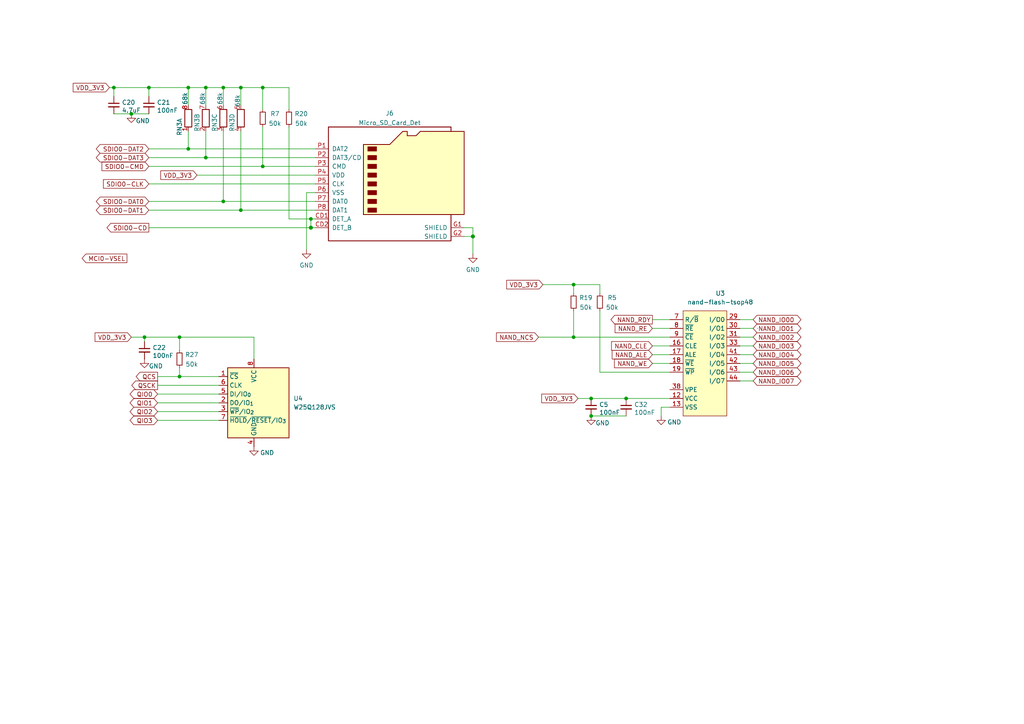
<source format=kicad_sch>
(kicad_sch (version 20250114) (generator "eeschema") (generator_version "9.0")
  (paper "A4")
  (lib_symbols
    (symbol "Device:C_Small" (pin_numbers (hide yes)) (pin_names (offset 0.254) (hide yes))
      (property "Reference" "C" (at 0.254 1.778 0))
      (property "Value" "C_Small" (at 0.254 -2.032 0))
      (symbol "C_Small_0_1"
        (polyline (pts (xy -1.524 0.508) (xy 1.524 0.508)) (stroke (width 0.3048)))
        (polyline (pts (xy -1.524 -0.508) (xy 1.524 -0.508)) (stroke (width 0.3302)))
      )
      (symbol "C_Small_1_1"
        (pin passive line (at 0 2.54 270) (length 2.032) (name "~") (number "1"))
        (pin passive line (at 0 -2.54 90) (length 2.032) (name "~") (number "2"))
      )
    )
    (symbol "Device:R_Pack04_Split" (pin_names (offset 0) (hide yes))
      (property "Reference" "RN" (at 2.032 0 90))
      (property "Value" "R_Pack04_Split" (at 0 0 90))
      (symbol "R_Pack04_Split_0_1"
        (rectangle (start 1.016 2.54) (end -1.016 -2.54) (stroke (width 0.254)))
      )
      (symbol "R_Pack04_Split_1_1"
        (pin passive line (at 0 3.81 270) (length 1.27) (name "R1.2") (number "8"))
        (pin passive line (at 0 -3.81 90) (length 1.27) (name "R1.1") (number "1"))
      )
      (symbol "R_Pack04_Split_2_1"
        (pin passive line (at 0 3.81 270) (length 1.27) (name "R2.2") (number "7"))
        (pin passive line (at 0 -3.81 90) (length 1.27) (name "R2.1") (number "2"))
      )
      (symbol "R_Pack04_Split_3_1"
        (pin passive line (at 0 3.81 270) (length 1.27) (name "R3.2") (number "6"))
        (pin passive line (at 0 -3.81 90) (length 1.27) (name "R3.1") (number "3"))
      )
      (symbol "R_Pack04_Split_4_1"
        (pin passive line (at 0 3.81 270) (length 1.27) (name "R4.2") (number "5"))
        (pin passive line (at 0 -3.81 90) (length 1.27) (name "R4.1") (number "4"))
      )
    )
    (symbol "Device:R_Small" (pin_numbers (hide yes)) (pin_names (offset 0.254) (hide yes))
      (property "Reference" "R" (at 0.762 0.508 0))
      (property "Value" "R_Small" (at 0.762 -1.016 0))
      (symbol "R_Small_0_1"
        (rectangle (start -0.762 1.778) (end 0.762 -1.778) (stroke (width 0.2032)))
      )
      (symbol "R_Small_1_1"
        (pin passive line (at 0 2.54 270) (length 0.762) (name "~") (number "1"))
        (pin passive line (at 0 -2.54 90) (length 0.762) (name "~") (number "2"))
      )
    )
    (symbol "Memory_Flash:W25Q128JVS"
      (property "Reference" "U" (at -6.35 11.43 0))
      (property "Value" "W25Q128JVS" (at 7.62 11.43 0))
      (symbol "W25Q128JVS_0_1"
        (rectangle (start -7.62 10.16) (end 10.16 -10.16) (stroke (width 0.254)) (fill (type background)))
      )
      (symbol "W25Q128JVS_1_1"
        (pin input line (at -10.16 7.62 0) (length 2.54) (name "~{CS}") (number "1"))
        (pin input line (at -10.16 5.08 0) (length 2.54) (name "CLK") (number "6"))
        (pin bidirectional line (at -10.16 2.54 0) (length 2.54) (name "DI/IO_{0}") (number "5"))
        (pin bidirectional line (at -10.16 0 0) (length 2.54) (name "DO/IO_{1}") (number "2"))
        (pin bidirectional line (at -10.16 -2.54 0) (length 2.54) (name "~{WP}/IO_{2}") (number "3"))
        (pin bidirectional line (at -10.16 -5.08 0) (length 2.54) (name "~{HOLD}/~{RESET}/IO_{3}") (number "7"))
        (pin power_in line (at 0 12.7 270) (length 2.54) (name "VCC") (number "8"))
        (pin power_in line (at 0 -12.7 90) (length 2.54) (name "GND") (number "4"))
      )
    )
    (symbol "flash-mem:nand-flash-tsop48"
      (property "Reference" "U" (at 0 3.81 0))
      (property "Value" "nand-flash-tsop48" (at 0 1.27 0))
      (symbol "nand-flash-tsop48_0_1"
        (rectangle (start -6.35 -1.27) (end 6.35 -31.75) (fill (type background)))
        (rectangle (start 15.24 -6.35) (end 15.24 -6.35))
        (rectangle (start 15.24 -6.35) (end 15.24 -6.35))
      )
      (symbol "nand-flash-tsop48_1_1"
        (pin passive line (at -10.16 -3.81 0) (length 3.81) (name "R/~{B}") (number "7"))
        (pin passive line (at -10.16 -6.35 0) (length 3.81) (name "~{RE}") (number "8"))
        (pin passive line (at -10.16 -8.89 0) (length 3.81) (name "~{CE}") (number "9"))
        (pin passive line (at -10.16 -11.43 0) (length 3.81) (name "CLE") (number "16"))
        (pin passive line (at -10.16 -13.97 0) (length 3.81) (name "ALE") (number "17"))
        (pin passive line (at -10.16 -16.51 0) (length 3.81) (name "~{WE}") (number "18"))
        (pin passive line (at -10.16 -19.05 0) (length 3.81) (name "~{WP}") (number "19"))
        (pin passive line (at -10.16 -24.13 0) (length 3.81) (name "VPE") (number "38"))
        (pin passive line (at -10.16 -26.67 0) (length 3.81) (name "VCC") (number "12"))
        (pin passive line (at -10.16 -26.67 0) (length 3.81) (hide yes) (name "VCC") (number "34"))
        (pin passive line (at -10.16 -26.67 0) (length 3.81) (hide yes) (name "VCC") (number "37"))
        (pin passive line (at -10.16 -26.67 0) (length 3.81) (hide yes) (name "VCC") (number "39"))
        (pin passive line (at -10.16 -29.21 0) (length 3.81) (name "VSS") (number "13"))
        (pin passive line (at -10.16 -29.21 0) (length 3.81) (hide yes) (name "VSS") (number "25"))
        (pin passive line (at -10.16 -29.21 0) (length 3.81) (hide yes) (name "VSS") (number "36"))
        (pin passive line (at -10.16 -29.21 0) (length 3.81) (hide yes) (name "VSS") (number "48"))
        (pin passive line (at 10.16 -3.81 180) (length 3.81) (name "I/O0") (number "29"))
        (pin passive line (at 10.16 -6.35 180) (length 3.81) (name "I/O1") (number "30"))
        (pin passive line (at 10.16 -8.89 180) (length 3.81) (name "I/O2") (number "31"))
        (pin passive line (at 10.16 -11.43 180) (length 3.81) (name "I/O3") (number "33"))
        (pin passive line (at 10.16 -13.97 180) (length 3.81) (name "I/O4") (number "41"))
        (pin passive line (at 10.16 -16.51 180) (length 3.81) (name "I/O5") (number "42"))
        (pin passive line (at 10.16 -19.05 180) (length 3.81) (name "I/O6") (number "43"))
        (pin passive line (at 10.16 -21.59 180) (length 3.81) (name "I/O7") (number "44"))
      )
    )
    (symbol "gct:Micro_SD_Card_Det" (pin_names (offset 1.016))
      (property "Reference" "J" (at -16.51 17.78 0))
      (property "Value" "Micro_SD_Card_Det" (at 16.51 17.78 0))
      (symbol "Micro_SD_Card_Det_0_1"
        (polyline (pts (xy -8.89 -8.89) (xy -8.89 11.43) (xy -1.27 11.43) (xy 2.54 15.24) (xy 3.81 15.24) (xy 3.81 13.97) (xy 6.35 13.97) (xy 7.62 15.24) (xy 20.32 15.24) (xy 20.32 -8.89) (xy -8.89 -8.89)) (stroke (width 0.254)) (fill (type background)))
        (rectangle (start -7.62 10.795) (end -5.08 9.525) (fill (type outline)))
        (rectangle (start -7.62 8.255) (end -5.08 6.985) (fill (type outline)))
        (rectangle (start -7.62 5.715) (end -5.08 4.445) (fill (type outline)))
        (rectangle (start -7.62 3.175) (end -5.08 1.905) (fill (type outline)))
        (rectangle (start -7.62 0.635) (end -5.08 -0.635) (fill (type outline)))
        (rectangle (start -7.62 -1.905) (end -5.08 -3.175) (fill (type outline)))
        (rectangle (start -7.62 -4.445) (end -5.08 -5.715) (fill (type outline)))
        (rectangle (start -7.62 -6.985) (end -5.08 -8.255) (fill (type outline)))
        (polyline (pts (xy 16.51 15.24) (xy 16.51 16.51) (xy -19.05 16.51) (xy -19.05 -16.51) (xy 16.51 -16.51) (xy 16.51 -8.89)) (stroke (width 0.254)))
      )
      (symbol "Micro_SD_Card_Det_1_1"
        (pin bidirectional line (at -22.86 10.16 0) (length 3.81) (name "DAT2") (number "P1"))
        (pin bidirectional line (at -22.86 7.62 0) (length 3.81) (name "DAT3/CD") (number "P2"))
        (pin input line (at -22.86 5.08 0) (length 3.81) (name "CMD") (number "P3"))
        (pin power_in line (at -22.86 2.54 0) (length 3.81) (name "VDD") (number "P4"))
        (pin input line (at -22.86 0 0) (length 3.81) (name "CLK") (number "P5"))
        (pin power_in line (at -22.86 -2.54 0) (length 3.81) (name "VSS") (number "P6"))
        (pin bidirectional line (at -22.86 -5.08 0) (length 3.81) (name "DAT0") (number "P7"))
        (pin bidirectional line (at -22.86 -7.62 0) (length 3.81) (name "DAT1") (number "P8"))
        (pin passive line (at -22.86 -10.16 0) (length 3.81) (name "DET_A") (number "CD1"))
        (pin passive line (at -22.86 -12.7 0) (length 3.81) (name "DET_B") (number "CD2"))
        (pin passive line (at 20.32 -12.7 180) (length 3.81) (name "SHIELD") (number "G1"))
        (pin passive line (at 20.32 -15.24 180) (length 3.81) (name "SHIELD") (number "G2"))
      )
    )
    (symbol "power:GND" (power) (pin_names (offset 0))
      (property "Value" "GND" (at 0 -3.81 0))
      (symbol "GND_0_1"
        (polyline (pts (xy 0 0) (xy 0 -1.27) (xy 1.27 -1.27) (xy 0 -2.54) (xy -1.27 -1.27) (xy 0 -1.27)))
      )
      (symbol "GND_1_1"
        (pin power_in line (at 0 0 270) (length 0) (hide yes) (name "GND") (number "1"))
      )
    )
  )
  (junction (at 69.85 60.96))
  (junction (at 38.1 33.02))
  (junction (at 52.07 109.22))
  (junction (at 54.61 43.18))
  (junction (at 41.91 97.79))
  (junction (at 76.2 25.4))
  (junction (at 64.77 25.4))
  (junction (at 166.37 82.55))
  (junction (at 59.69 25.4))
  (junction (at 171.45 120.65))
  (junction (at 52.07 97.79))
  (junction (at 181.61 115.57))
  (junction (at 90.17 66.04) (diameter 1.016))
  (junction (at 43.18 25.4))
  (junction (at 54.61 25.4))
  (junction (at 69.85 25.4))
  (junction (at 64.77 58.42))
  (junction (at 59.69 45.72))
  (junction (at 90.17 63.5))
  (junction (at 166.37 97.79))
  (junction (at 171.45 115.57))
  (junction (at 137.16 68.58) (diameter 1.016))
  (junction (at 33.02 25.4))
  (junction (at 76.2 48.26))
  (wire (pts (xy 43.18 45.72) (xy 59.69 45.72)))
  (wire (pts (xy 43.18 60.96) (xy 69.85 60.96)))
  (wire (pts (xy 218.44 105.41) (xy 214.63 105.41)))
  (wire (pts (xy 181.61 115.57) (xy 194.31 115.57)))
  (wire (pts (xy 64.77 25.4) (xy 64.77 30.48)))
  (wire (pts (xy 137.16 66.04) (xy 137.16 68.58)))
  (wire (pts (xy 76.2 25.4) (xy 83.82 25.4)))
  (wire (pts (xy 171.45 120.65) (xy 181.61 120.65)))
  (wire (pts (xy 134.62 68.58) (xy 137.16 68.58)))
  (wire (pts (xy 88.9 55.88) (xy 88.9 72.39)))
  (wire (pts (xy 33.02 33.02) (xy 38.1 33.02)))
  (wire (pts (xy 59.69 25.4) (xy 59.69 30.48)))
  (wire (pts (xy 54.61 25.4) (xy 54.61 30.48)))
  (wire (pts (xy 83.82 36.83) (xy 83.82 63.5)))
  (wire (pts (xy 38.1 33.02) (xy 43.18 33.02)))
  (wire (pts (xy 43.18 43.18) (xy 54.61 43.18)))
  (wire (pts (xy 64.77 25.4) (xy 69.85 25.4)))
  (wire (pts (xy 76.2 48.26) (xy 91.44 48.26)))
  (wire (pts (xy 43.18 25.4) (xy 54.61 25.4)))
  (wire (pts (xy 45.72 119.38) (xy 63.5 119.38)))
  (wire (pts (xy 64.77 38.1) (xy 64.77 58.42)))
  (wire (pts (xy 166.37 97.79) (xy 194.31 97.79)))
  (wire (pts (xy 41.91 97.79) (xy 41.91 99.06)))
  (wire (pts (xy 54.61 38.1) (xy 54.61 43.18)))
  (wire (pts (xy 218.44 97.79) (xy 214.63 97.79)))
  (wire (pts (xy 83.82 63.5) (xy 90.17 63.5)))
  (wire (pts (xy 69.85 60.96) (xy 91.44 60.96)))
  (wire (pts (xy 90.17 66.04) (xy 91.44 66.04)))
  (wire (pts (xy 43.18 53.34) (xy 91.44 53.34)))
  (wire (pts (xy 33.02 25.4) (xy 43.18 25.4)))
  (wire (pts (xy 43.18 66.04) (xy 90.17 66.04)))
  (wire (pts (xy 166.37 82.55) (xy 173.99 82.55)))
  (wire (pts (xy 218.44 102.87) (xy 214.63 102.87)))
  (wire (pts (xy 45.72 116.84) (xy 63.5 116.84)))
  (wire (pts (xy 191.77 118.11) (xy 191.77 120.65)))
  (wire (pts (xy 91.44 55.88) (xy 88.9 55.88)))
  (wire (pts (xy 54.61 43.18) (xy 91.44 43.18)))
  (wire (pts (xy 31.75 25.4) (xy 33.02 25.4)))
  (wire (pts (xy 171.45 115.57) (xy 181.61 115.57)))
  (wire (pts (xy 43.18 58.42) (xy 64.77 58.42)))
  (wire (pts (xy 189.23 100.33) (xy 194.31 100.33)))
  (wire (pts (xy 218.44 107.95) (xy 214.63 107.95)))
  (wire (pts (xy 52.07 109.22) (xy 63.5 109.22)))
  (wire (pts (xy 69.85 38.1) (xy 69.85 60.96)))
  (wire (pts (xy 83.82 25.4) (xy 83.82 31.75)))
  (wire (pts (xy 173.99 90.17) (xy 173.99 107.95)))
  (wire (pts (xy 52.07 97.79) (xy 73.66 97.79)))
  (wire (pts (xy 38.1 97.79) (xy 41.91 97.79)))
  (wire (pts (xy 57.15 50.8) (xy 91.44 50.8)))
  (wire (pts (xy 167.64 115.57) (xy 171.45 115.57)))
  (wire (pts (xy 189.23 105.41) (xy 194.31 105.41)))
  (wire (pts (xy 45.72 111.76) (xy 63.5 111.76)))
  (wire (pts (xy 194.31 118.11) (xy 191.77 118.11)))
  (wire (pts (xy 76.2 36.83) (xy 76.2 48.26)))
  (wire (pts (xy 157.48 82.55) (xy 166.37 82.55)))
  (wire (pts (xy 45.72 109.22) (xy 52.07 109.22)))
  (wire (pts (xy 64.77 58.42) (xy 91.44 58.42)))
  (wire (pts (xy 52.07 106.68) (xy 52.07 109.22)))
  (wire (pts (xy 173.99 85.09) (xy 173.99 82.55)))
  (wire (pts (xy 43.18 48.26) (xy 76.2 48.26)))
  (wire (pts (xy 90.17 63.5) (xy 90.17 66.04)))
  (wire (pts (xy 166.37 90.17) (xy 166.37 97.79)))
  (wire (pts (xy 59.69 25.4) (xy 64.77 25.4)))
  (wire (pts (xy 69.85 30.48) (xy 69.85 25.4)))
  (wire (pts (xy 52.07 97.79) (xy 52.07 101.6)))
  (wire (pts (xy 156.21 97.79) (xy 166.37 97.79)))
  (wire (pts (xy 218.44 92.71) (xy 214.63 92.71)))
  (wire (pts (xy 59.69 38.1) (xy 59.69 45.72)))
  (wire (pts (xy 41.91 97.79) (xy 52.07 97.79)))
  (wire (pts (xy 76.2 25.4) (xy 76.2 31.75)))
  (wire (pts (xy 194.31 107.95) (xy 173.99 107.95)))
  (wire (pts (xy 73.66 104.14) (xy 73.66 97.79)))
  (wire (pts (xy 91.44 63.5) (xy 90.17 63.5)))
  (wire (pts (xy 137.16 68.58) (xy 137.16 73.66)))
  (wire (pts (xy 54.61 25.4) (xy 59.69 25.4)))
  (wire (pts (xy 189.23 92.71) (xy 194.31 92.71)))
  (wire (pts (xy 189.23 102.87) (xy 194.31 102.87)))
  (wire (pts (xy 218.44 95.25) (xy 214.63 95.25)))
  (wire (pts (xy 45.72 114.3) (xy 63.5 114.3)))
  (wire (pts (xy 45.72 121.92) (xy 63.5 121.92)))
  (wire (pts (xy 59.69 45.72) (xy 91.44 45.72)))
  (wire (pts (xy 189.23 95.25) (xy 194.31 95.25)))
  (wire (pts (xy 33.02 25.4) (xy 33.02 27.94)))
  (wire (pts (xy 166.37 82.55) (xy 166.37 85.09)))
  (wire (pts (xy 134.62 66.04) (xy 137.16 66.04)))
  (wire (pts (xy 69.85 25.4) (xy 76.2 25.4)))
  (wire (pts (xy 218.44 110.49) (xy 214.63 110.49)))
  (wire (pts (xy 43.18 25.4) (xy 43.18 27.94)))
  (wire (pts (xy 218.44 100.33) (xy 214.63 100.33)))
  (global_label "NAND_IO02" (shape bidirectional) (at 218.44 97.79 0) (property "Intersheetrefs" "${INTERSHEET_REFS}" (effects (hide yes))))
  (global_label "VDD_3V3" (shape input) (at 31.75 25.4 180) (property "Intersheetrefs" "${INTERSHEET_REFS}" (effects (hide yes))))
  (global_label "SDIO0-DAT3" (shape bidirectional) (at 43.18 45.72 180) (property "Intersheetrefs" "${INTERSHEET_REFS}" (effects (hide yes))))
  (global_label "SDIO0-DAT1" (shape bidirectional) (at 43.18 60.96 180) (property "Intersheetrefs" "${INTERSHEET_REFS}" (effects (hide yes))))
  (global_label "NAND_RDY" (shape output) (at 189.23 92.71 180) (property "Intersheetrefs" "${INTERSHEET_REFS}" (effects (hide yes))))
  (global_label "NAND_IO00" (shape bidirectional) (at 218.44 92.71 0) (property "Intersheetrefs" "${INTERSHEET_REFS}" (effects (hide yes))))
  (global_label "SDIO0-CLK" (shape input) (at 43.18 53.34 180) (property "Intersheetrefs" "${INTERSHEET_REFS}" (effects (hide yes))))
  (global_label "QIO3" (shape bidirectional) (at 45.72 121.92 180) (property "Intersheetrefs" "${INTERSHEET_REFS}" (effects (hide yes))))
  (global_label "QIO0" (shape bidirectional) (at 45.72 114.3 180) (property "Intersheetrefs" "${INTERSHEET_REFS}" (effects (hide yes))))
  (global_label "NAND_CLE" (shape input) (at 189.23 100.33 180) (property "Intersheetrefs" "${INTERSHEET_REFS}" (effects (hide yes))))
  (global_label "NAND_NCS" (shape input) (at 156.21 97.79 180) (property "Intersheetrefs" "${INTERSHEET_REFS}" (effects (hide yes))))
  (global_label "NAND_WE" (shape input) (at 189.23 105.41 180) (property "Intersheetrefs" "${INTERSHEET_REFS}" (effects (hide yes))))
  (global_label "SDIO0-DAT0" (shape bidirectional) (at 43.18 58.42 180) (property "Intersheetrefs" "${INTERSHEET_REFS}" (effects (hide yes))))
  (global_label "NAND_IO03" (shape bidirectional) (at 218.44 100.33 0) (property "Intersheetrefs" "${INTERSHEET_REFS}" (effects (hide yes))))
  (global_label "QSCK" (shape output) (at 45.72 111.76 180) (property "Intersheetrefs" "${INTERSHEET_REFS}" (effects (hide yes))))
  (global_label "QCS" (shape output) (at 45.72 109.22 180) (property "Intersheetrefs" "${INTERSHEET_REFS}" (effects (hide yes))))
  (global_label "NAND_IO01" (shape bidirectional) (at 218.44 95.25 0) (property "Intersheetrefs" "${INTERSHEET_REFS}" (effects (hide yes))))
  (global_label "VDD_3V3" (shape input) (at 167.64 115.57 180) (property "Intersheetrefs" "${INTERSHEET_REFS}" (effects (hide yes))))
  (global_label "QIO1" (shape bidirectional) (at 45.72 116.84 180) (property "Intersheetrefs" "${INTERSHEET_REFS}" (effects (hide yes))))
  (global_label "NAND_IO04" (shape bidirectional) (at 218.44 102.87 0) (property "Intersheetrefs" "${INTERSHEET_REFS}" (effects (hide yes))))
  (global_label "NAND_ALE" (shape input) (at 189.23 102.87 180) (property "Intersheetrefs" "${INTERSHEET_REFS}" (effects (hide yes))))
  (global_label "SDIO0-CD" (shape output) (at 43.18 66.04 180) (property "Intersheetrefs" "${INTERSHEET_REFS}" (effects (hide yes))))
  (global_label "SDIO0-CMD" (shape input) (at 43.18 48.26 180) (property "Intersheetrefs" "${INTERSHEET_REFS}" (effects (hide yes))))
  (global_label "QIO2" (shape bidirectional) (at 45.72 119.38 180) (property "Intersheetrefs" "${INTERSHEET_REFS}" (effects (hide yes))))
  (global_label "NAND_RE" (shape input) (at 189.23 95.25 180) (property "Intersheetrefs" "${INTERSHEET_REFS}" (effects (hide yes))))
  (global_label "VDD_3V3" (shape input) (at 157.48 82.55 180) (property "Intersheetrefs" "${INTERSHEET_REFS}" (effects (hide yes))))
  (global_label "SDIO0-DAT2" (shape bidirectional) (at 43.18 43.18 180) (property "Intersheetrefs" "${INTERSHEET_REFS}" (effects (hide yes))))
  (global_label "NAND_IO06" (shape bidirectional) (at 218.44 107.95 0) (property "Intersheetrefs" "${INTERSHEET_REFS}" (effects (hide yes))))
  (global_label "NAND_IO05" (shape bidirectional) (at 218.44 105.41 0) (property "Intersheetrefs" "${INTERSHEET_REFS}" (effects (hide yes))))
  (global_label "NAND_IO07" (shape bidirectional) (at 218.44 110.49 0) (property "Intersheetrefs" "${INTERSHEET_REFS}" (effects (hide yes))))
  (global_label "VDD_3V3" (shape input) (at 38.1 97.79 180) (property "Intersheetrefs" "${INTERSHEET_REFS}" (effects (hide yes))))
  (global_label "MCI0-VSEL" (shape output) (at 36.83 74.93 180) (property "Intersheetrefs" "${INTERSHEET_REFS}" (effects (hide yes))))
  (global_label "VDD_3V3" (shape input) (at 57.15 50.8 180) (property "Intersheetrefs" "${INTERSHEET_REFS}" (effects (hide yes))))
  (symbol (lib_id "power:GND") (at 41.91 104.14 0) (unit 1)
    (property "Reference" "#PWR07" (effects (hide yes)))
    (property "Value" "GND" (at 45.212 106.172 0))
  )
  (symbol (lib_id "Device:R_Small") (at 173.99 87.63 0) (unit 1)
    (property "Reference" "R5" (at 177.546 86.36 0))
    (property "Value" "50k" (at 177.546 89.154 0))
    (property "Footprint" "Resistor_SMD:R_0402_1005Metric" (effects (hide yes)))
  )
  (symbol (lib_id "Device:C_Small") (at 33.02 30.48 0) (unit 1)
    (property "Reference" "C20" (at 35.3442 29.7191 0) (effects (justify left)))
    (property "Value" "4.7uF" (at 35.3442 32.0178 0) (effects (justify left)))
    (property "Footprint" "Capacitor_SMD:C_0603_1608Metric" (effects (hide yes)))
    (property "Datasheet" "~{}" (effects (hide yes)))
  )
  (symbol (lib_id "Device:R_Small") (at 52.07 104.14 0) (unit 1)
    (property "Reference" "R27" (at 55.626 102.87 0))
    (property "Value" "50k" (at 55.626 105.664 0))
    (property "Footprint" "Resistor_SMD:R_0402_1005Metric" (effects (hide yes)))
  )
  (symbol (lib_id "Device:R_Small") (at 83.82 34.29 0) (unit 1)
    (property "Reference" "R20" (at 87.376 33.02 0))
    (property "Value" "50k" (at 87.376 35.814 0))
    (property "Footprint" "Resistor_SMD:R_0402_1005Metric" (effects (hide yes)))
  )
  (symbol (lib_id "power:GND") (at 137.16 73.66 0) (unit 1)
    (property "Reference" "#PWR021" (effects (hide yes)))
    (property "Value" "GND" (at 137.16 78.2226 0))
  )
  (symbol (lib_id "power:GND") (at 171.45 120.65 0) (unit 1)
    (property "Reference" "#PWR027" (effects (hide yes)))
    (property "Value" "GND" (at 174.752 122.682 0))
  )
  (symbol (lib_id "Device:C_Small") (at 181.61 118.11 0) (unit 1)
    (property "Reference" "C32" (at 183.9342 117.3491 0) (effects (justify left)))
    (property "Value" "100nF" (at 183.9342 119.6478 0) (effects (justify left)))
    (property "Footprint" "Capacitor_SMD:C_0402_1005Metric" (effects (hide yes)))
    (property "Datasheet" "~{}" (effects (hide yes)))
  )
  (symbol (lib_id "Device:R_Pack04_Split") (at 54.61 34.29 0) (unit 1)
    (property "Reference" "RN3" (at 52.07 36.83 90))
    (property "Value" "68k" (at 53.6725 28.575 90))
    (property "Footprint" "Resistor_SMD:R_Array_Concave_4x0402" (effects (hide yes)))
  )
  (symbol (lib_id "Device:R_Small") (at 166.37 87.63 0) (unit 1)
    (property "Reference" "R19" (at 169.926 86.36 0))
    (property "Value" "50k" (at 169.926 89.154 0))
    (property "Footprint" "Resistor_SMD:R_0402_1005Metric" (effects (hide yes)))
  )
  (symbol (lib_id "power:GND") (at 38.1 33.02 0) (unit 1)
    (property "Reference" "#PWR05" (effects (hide yes)))
    (property "Value" "GND" (at 41.402 35.052 0))
  )
  (symbol (lib_id "Device:C_Small") (at 41.91 101.6 0) (unit 1)
    (property "Reference" "C22" (at 44.2342 100.8391 0) (effects (justify left)))
    (property "Value" "100nF" (at 44.2342 103.1378 0) (effects (justify left)))
    (property "Footprint" "Capacitor_SMD:C_0402_1005Metric" (effects (hide yes)))
    (property "Datasheet" "~{}" (effects (hide yes)))
  )
  (symbol (lib_id "Device:C_Small") (at 43.18 30.48 0) (unit 1)
    (property "Reference" "C21" (at 45.5042 29.7191 0) (effects (justify left)))
    (property "Value" "100nF" (at 45.5042 32.0178 0) (effects (justify left)))
    (property "Footprint" "Capacitor_SMD:C_0402_1005Metric" (effects (hide yes)))
    (property "Datasheet" "~{}" (effects (hide yes)))
  )
  (symbol (lib_id "gct:Micro_SD_Card_Det") (at 114.3 53.34 0) (unit 1)
    (property "Reference" "J6" (at 113.03 32.8634 0))
    (property "Value" "Micro_SD_Card_Det" (at 113.03 35.6385 0))
    (property "Footprint" "gct:MEM20610118800A" (effects (hide yes)))
    (property "Datasheet" "https://www.hirose.com/product/en/download_file/key_name/DM3/category/Catalog/doc_file_id/49662/?file_category_id=4&item_id=195&is_series=1" (effects (hide yes)))
  )
  (symbol (lib_id "power:GND") (at 73.66 129.54 0) (unit 1)
    (property "Reference" "#PWR0141" (effects (hide yes)))
    (property "Value" "GND" (at 77.47 131.3244 0))
  )
  (symbol (lib_id "Memory_Flash:W25Q128JVS") (at 73.66 116.84 0) (unit 1)
    (property "Reference" "U4" (at 85.09 115.5699 0) (effects (justify left)))
    (property "Value" "W25Q128JVS" (at 85.09 118.1099 0) (effects (justify left)))
    (property "Footprint" "Package_SO:SOIC-8_5.3x5.3mm_P1.27mm" (effects (hide yes)))
    (property "Datasheet" "https://www.winbond.com/resource-files/w25q128jv_dtr%20revc%2003272018%20plus.pdf" (effects (hide yes)))
    (property "Description" "128Mbit / 16MiB Serial Flash Memory, Standard/Dual/Quad SPI, 2.7-3.6V, SOIC-8" (effects (hide yes)))
  )
  (symbol (lib_id "flash-mem:nand-flash-tsop48") (at 204.47 88.9 0) (unit 1)
    (property "Reference" "U3" (at 208.915 85.09 0))
    (property "Value" "nand-flash-tsop48" (at 208.915 87.63 0))
    (property "Footprint" "Package_SO:TSOP-I-48_18.4x12mm_P0.5mm" (effects (hide yes)))
  )
  (symbol (lib_id "Device:R_Pack04_Split") (at 69.85 34.29 0) (unit 4)
    (property "Reference" "RN3" (at 67.31 35.56 90))
    (property "Value" "68k" (at 68.9125 29.21 90))
    (property "Footprint" "Resistor_SMD:R_Array_Concave_4x0402" (effects (hide yes)))
  )
  (symbol (lib_id "power:GND") (at 191.77 120.65 0) (unit 1)
    (property "Reference" "#PWR026" (effects (hide yes)))
    (property "Value" "GND" (at 195.58 122.4344 0))
  )
  (symbol (lib_id "Device:C_Small") (at 171.45 118.11 0) (unit 1)
    (property "Reference" "C5" (at 173.7742 117.3491 0) (effects (justify left)))
    (property "Value" "100nF" (at 173.7742 119.6478 0) (effects (justify left)))
    (property "Footprint" "Capacitor_SMD:C_0402_1005Metric" (effects (hide yes)))
    (property "Datasheet" "~{}" (effects (hide yes)))
  )
  (symbol (lib_id "Device:R_Pack04_Split") (at 59.69 34.29 0) (unit 2)
    (property "Reference" "RN3" (at 57.15 35.56 90))
    (property "Value" "68k" (at 58.7525 28.575 90))
    (property "Footprint" "Resistor_SMD:R_Array_Concave_4x0402" (effects (hide yes)))
  )
  (symbol (lib_id "Device:R_Small") (at 76.2 34.29 0) (unit 1)
    (property "Reference" "R7" (at 79.756 33.02 0))
    (property "Value" "50k" (at 79.756 35.814 0))
    (property "Footprint" "Resistor_SMD:R_0402_1005Metric" (effects (hide yes)))
  )
  (symbol (lib_id "Device:R_Pack04_Split") (at 64.77 34.29 0) (unit 3)
    (property "Reference" "RN3" (at 62.23 35.56 90))
    (property "Value" "68k" (at 63.8325 28.575 90))
    (property "Footprint" "Resistor_SMD:R_Array_Concave_4x0402" (effects (hide yes)))
  )
  (symbol (lib_id "power:GND") (at 88.9 72.39 0) (unit 1)
    (property "Reference" "#PWR019" (effects (hide yes)))
    (property "Value" "GND" (at 88.9 76.9526 0))
  )
)
</source>
